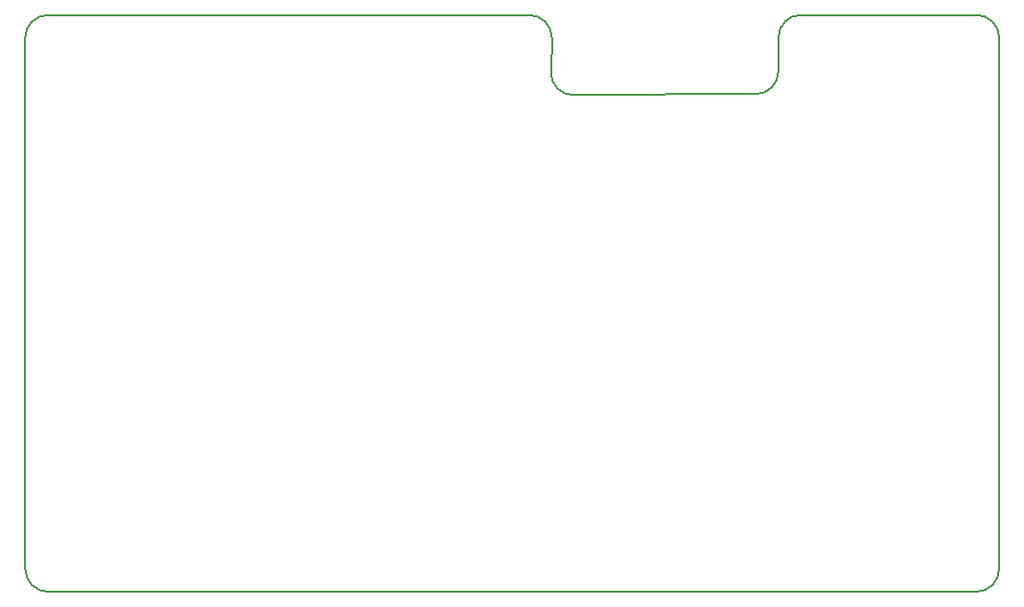
<source format=gko>
%TF.GenerationSoftware,KiCad,Pcbnew,7.0.7*%
%TF.CreationDate,2024-05-31T17:05:06+03:00*%
%TF.ProjectId,hecatlon_raid_eye,68656361-746c-46f6-9e5f-726169645f65,rev?*%
%TF.SameCoordinates,Original*%
%TF.FileFunction,Profile,NP*%
%FSLAX46Y46*%
G04 Gerber Fmt 4.6, Leading zero omitted, Abs format (unit mm)*
G04 Created by KiCad (PCBNEW 7.0.7) date 2024-05-31 17:05:06*
%MOMM*%
%LPD*%
G01*
G04 APERTURE LIST*
%TA.AperFunction,Profile*%
%ADD10C,0.150000*%
%TD*%
G04 APERTURE END LIST*
D10*
X266000000Y-45000000D02*
G75*
G03*
X264000000Y-43000000I-2000000J0D01*
G01*
X182000000Y-43000000D02*
G75*
G03*
X180000000Y-45000000I0J-2000000D01*
G01*
X246499999Y-47999999D02*
X246500000Y-45000000D01*
X228414214Y-50085786D02*
X244499999Y-49999999D01*
X180000000Y-92000000D02*
X180000000Y-45000000D01*
X226414214Y-48085786D02*
G75*
G03*
X228414214Y-50085786I1999986J-14D01*
G01*
X248500000Y-43000000D02*
G75*
G03*
X246500000Y-45000000I0J-2000000D01*
G01*
X226500000Y-45000000D02*
X226414214Y-48085786D01*
X266000000Y-45000000D02*
X266000000Y-92000000D01*
X226500000Y-45000000D02*
G75*
G03*
X224500000Y-43000000I-2000000J0D01*
G01*
X264000000Y-94000000D02*
G75*
G03*
X266000000Y-92000000I0J2000000D01*
G01*
X182000000Y-43000000D02*
X224500000Y-43000000D01*
X248500000Y-43000000D02*
X264000000Y-43000000D01*
X180000000Y-92000000D02*
G75*
G03*
X182000000Y-94000000I2000000J0D01*
G01*
X244499999Y-49999999D02*
G75*
G03*
X246499999Y-47999999I1J1999999D01*
G01*
X264000000Y-94000000D02*
X182000000Y-94000000D01*
M02*

</source>
